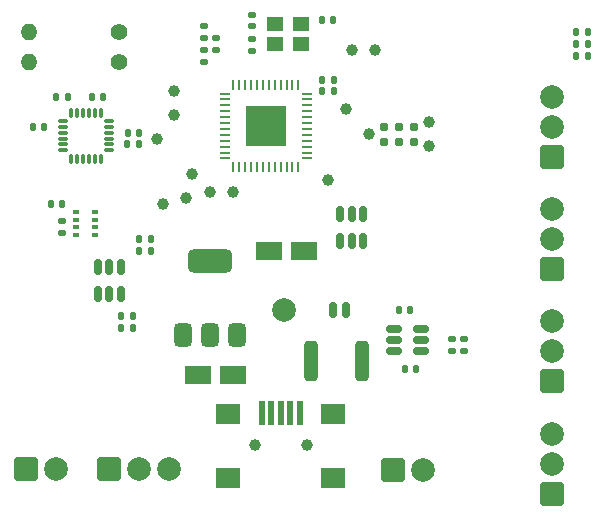
<source format=gbr>
%TF.GenerationSoftware,KiCad,Pcbnew,9.0.1*%
%TF.CreationDate,2025-10-26T21:15:08-04:00*%
%TF.ProjectId,Drone-Flight-Controller,44726f6e-652d-4466-9c69-6768742d436f,rev?*%
%TF.SameCoordinates,Original*%
%TF.FileFunction,Soldermask,Top*%
%TF.FilePolarity,Negative*%
%FSLAX46Y46*%
G04 Gerber Fmt 4.6, Leading zero omitted, Abs format (unit mm)*
G04 Created by KiCad (PCBNEW 9.0.1) date 2025-10-26 21:15:08*
%MOMM*%
%LPD*%
G01*
G04 APERTURE LIST*
G04 Aperture macros list*
%AMRoundRect*
0 Rectangle with rounded corners*
0 $1 Rounding radius*
0 $2 $3 $4 $5 $6 $7 $8 $9 X,Y pos of 4 corners*
0 Add a 4 corners polygon primitive as box body*
4,1,4,$2,$3,$4,$5,$6,$7,$8,$9,$2,$3,0*
0 Add four circle primitives for the rounded corners*
1,1,$1+$1,$2,$3*
1,1,$1+$1,$4,$5*
1,1,$1+$1,$6,$7*
1,1,$1+$1,$8,$9*
0 Add four rect primitives between the rounded corners*
20,1,$1+$1,$2,$3,$4,$5,0*
20,1,$1+$1,$4,$5,$6,$7,0*
20,1,$1+$1,$6,$7,$8,$9,0*
20,1,$1+$1,$8,$9,$2,$3,0*%
G04 Aperture macros list end*
%ADD10RoundRect,0.147500X0.147500X0.172500X-0.147500X0.172500X-0.147500X-0.172500X0.147500X-0.172500X0*%
%ADD11C,1.000000*%
%ADD12RoundRect,0.165000X-0.165000X-0.475000X0.165000X-0.475000X0.165000X0.475000X-0.165000X0.475000X0*%
%ADD13RoundRect,0.140000X-0.140000X-0.170000X0.140000X-0.170000X0.140000X0.170000X-0.140000X0.170000X0*%
%ADD14RoundRect,0.140000X0.170000X-0.140000X0.170000X0.140000X-0.170000X0.140000X-0.170000X-0.140000X0*%
%ADD15RoundRect,0.140000X0.140000X0.170000X-0.140000X0.170000X-0.140000X-0.170000X0.140000X-0.170000X0*%
%ADD16RoundRect,0.135000X0.135000X0.185000X-0.135000X0.185000X-0.135000X-0.185000X0.135000X-0.185000X0*%
%ADD17RoundRect,0.135000X-0.135000X-0.185000X0.135000X-0.185000X0.135000X0.185000X-0.135000X0.185000X0*%
%ADD18RoundRect,0.135000X0.185000X-0.135000X0.185000X0.135000X-0.185000X0.135000X-0.185000X-0.135000X0*%
%ADD19RoundRect,0.135000X-0.185000X0.135000X-0.185000X-0.135000X0.185000X-0.135000X0.185000X0.135000X0*%
%ADD20RoundRect,0.062500X-0.062500X0.337500X-0.062500X-0.337500X0.062500X-0.337500X0.062500X0.337500X0*%
%ADD21RoundRect,0.062500X-0.337500X0.062500X-0.337500X-0.062500X0.337500X-0.062500X0.337500X0.062500X0*%
%ADD22R,3.500000X3.500000*%
%ADD23RoundRect,0.250000X-0.750000X-0.750000X0.750000X-0.750000X0.750000X0.750000X-0.750000X0.750000X0*%
%ADD24C,2.000000*%
%ADD25RoundRect,0.250000X0.312500X1.450000X-0.312500X1.450000X-0.312500X-1.450000X0.312500X-1.450000X0*%
%ADD26RoundRect,0.250000X0.750000X-0.750000X0.750000X0.750000X-0.750000X0.750000X-0.750000X-0.750000X0*%
%ADD27RoundRect,0.150000X0.150000X-0.512500X0.150000X0.512500X-0.150000X0.512500X-0.150000X-0.512500X0*%
%ADD28RoundRect,0.150000X-0.512500X-0.150000X0.512500X-0.150000X0.512500X0.150000X-0.512500X0.150000X0*%
%ADD29C,1.400000*%
%ADD30O,1.400000X1.400000*%
%ADD31C,0.990600*%
%ADD32C,0.787400*%
%ADD33R,2.200000X1.600000*%
%ADD34R,1.400000X1.200000*%
%ADD35RoundRect,0.075000X0.075000X-0.350000X0.075000X0.350000X-0.075000X0.350000X-0.075000X-0.350000X0*%
%ADD36RoundRect,0.075000X0.350000X0.075000X-0.350000X0.075000X-0.350000X-0.075000X0.350000X-0.075000X0*%
%ADD37R,0.500000X2.000000*%
%ADD38R,2.000000X1.700000*%
%ADD39RoundRect,0.147500X0.172500X-0.147500X0.172500X0.147500X-0.172500X0.147500X-0.172500X-0.147500X0*%
%ADD40RoundRect,0.375000X0.375000X-0.625000X0.375000X0.625000X-0.375000X0.625000X-0.375000X-0.625000X0*%
%ADD41RoundRect,0.500000X1.400000X-0.500000X1.400000X0.500000X-1.400000X0.500000X-1.400000X-0.500000X0*%
%ADD42R,0.500000X0.350000*%
G04 APERTURE END LIST*
D10*
%TO.C,D2*%
X67485000Y-34000000D03*
X66515000Y-34000000D03*
%TD*%
%TO.C,D3*%
X67485000Y-33000000D03*
X66515000Y-33000000D03*
%TD*%
%TO.C,D1*%
X67485000Y-35000000D03*
X66515000Y-35000000D03*
%TD*%
D11*
%TO.C,TP13*%
X47500000Y-34500000D03*
%TD*%
%TO.C,TP12*%
X49500000Y-34500000D03*
%TD*%
%TO.C,TP11*%
X31000000Y-42000000D03*
%TD*%
%TO.C,TP10*%
X31500000Y-47500000D03*
%TD*%
%TO.C,TP9*%
X33500000Y-47000000D03*
%TD*%
%TO.C,TP8*%
X35500000Y-46500000D03*
%TD*%
%TO.C,TP7*%
X37500000Y-46500000D03*
%TD*%
%TO.C,TP6*%
X47000000Y-39500000D03*
%TD*%
%TO.C,TP5*%
X34000000Y-45000000D03*
%TD*%
%TO.C,TP4*%
X32500000Y-40000000D03*
%TD*%
%TO.C,TP3*%
X32500000Y-38000000D03*
%TD*%
%TO.C,TP2*%
X45500000Y-45500000D03*
%TD*%
D12*
%TO.C,C10*%
X45960000Y-56500000D03*
X47040000Y-56500000D03*
%TD*%
D13*
%TO.C,C23*%
X22020000Y-47500000D03*
X22980000Y-47500000D03*
%TD*%
D14*
%TO.C,C22*%
X23000000Y-49980000D03*
X23000000Y-49020000D03*
%TD*%
D15*
%TO.C,C7*%
X52480000Y-56500000D03*
X51520000Y-56500000D03*
%TD*%
D13*
%TO.C,C2*%
X52020000Y-61500000D03*
X52980000Y-61500000D03*
%TD*%
D16*
%TO.C,R7*%
X30500000Y-51500000D03*
X29480000Y-51500000D03*
%TD*%
%TO.C,R6*%
X30510000Y-50500000D03*
X29490000Y-50500000D03*
%TD*%
D17*
%TO.C,R5*%
X27990000Y-57000000D03*
X29010000Y-57000000D03*
%TD*%
D16*
%TO.C,R4*%
X29010000Y-58000000D03*
X27990000Y-58000000D03*
%TD*%
D18*
%TO.C,R3*%
X57000000Y-60020000D03*
X57000000Y-59000000D03*
%TD*%
D19*
%TO.C,R2*%
X56000000Y-58990000D03*
X56000000Y-60010000D03*
%TD*%
D15*
%TO.C,C21*%
X21500000Y-41000000D03*
X20540000Y-41000000D03*
%TD*%
D13*
%TO.C,C19*%
X25500000Y-38500000D03*
X26460000Y-38500000D03*
%TD*%
D15*
%TO.C,C18*%
X23480000Y-38500000D03*
X22520000Y-38500000D03*
%TD*%
%TO.C,C20*%
X29500000Y-41500000D03*
X28540000Y-41500000D03*
%TD*%
D13*
%TO.C,C17*%
X28520000Y-42500000D03*
X29480000Y-42500000D03*
%TD*%
D20*
%TO.C,U3*%
X43000000Y-37487500D03*
X42500000Y-37487500D03*
X42000000Y-37487500D03*
X41500000Y-37487500D03*
X41000000Y-37487500D03*
X40500000Y-37487500D03*
X40000000Y-37487500D03*
X39500000Y-37487500D03*
X39000000Y-37487500D03*
X38500000Y-37487500D03*
X38000000Y-37487500D03*
X37500000Y-37487500D03*
D21*
X36800000Y-38187500D03*
X36800000Y-38687500D03*
X36800000Y-39187500D03*
X36800000Y-39687500D03*
X36800000Y-40187500D03*
X36800000Y-40687500D03*
X36800000Y-41187500D03*
X36800000Y-41687500D03*
X36800000Y-42187500D03*
X36800000Y-42687500D03*
X36800000Y-43187500D03*
X36800000Y-43687500D03*
D20*
X37500000Y-44387500D03*
X38000000Y-44387500D03*
X38500000Y-44387500D03*
X39000000Y-44387500D03*
X39500000Y-44387500D03*
X40000000Y-44387500D03*
X40500000Y-44387500D03*
X41000000Y-44387500D03*
X41500000Y-44387500D03*
X42000000Y-44387500D03*
X42500000Y-44387500D03*
X43000000Y-44387500D03*
D21*
X43700000Y-43687500D03*
X43700000Y-43187500D03*
X43700000Y-42687500D03*
X43700000Y-42187500D03*
X43700000Y-41687500D03*
X43700000Y-41187500D03*
X43700000Y-40687500D03*
X43700000Y-40187500D03*
X43700000Y-39687500D03*
X43700000Y-39187500D03*
X43700000Y-38687500D03*
X43700000Y-38187500D03*
D22*
X40250000Y-40937500D03*
%TD*%
D23*
%TO.C,J7*%
X19960000Y-70000000D03*
D24*
X22500000Y-70000000D03*
%TD*%
D25*
%TO.C,L1*%
X48387500Y-60820000D03*
X44112500Y-60820000D03*
%TD*%
D26*
%TO.C,J3*%
X64500000Y-72080000D03*
D24*
X64500000Y-69540000D03*
X64500000Y-67000000D03*
%TD*%
D27*
%TO.C,U4*%
X46550000Y-50637500D03*
X47500000Y-50637500D03*
X48450000Y-50637500D03*
X48450000Y-48362500D03*
X47500000Y-48362500D03*
X46550000Y-48362500D03*
%TD*%
D28*
%TO.C,U1*%
X51112500Y-58120000D03*
X51112500Y-59070000D03*
X51112500Y-60020000D03*
X53387500Y-60020000D03*
X53387500Y-59070000D03*
X53387500Y-58120000D03*
%TD*%
D29*
%TO.C,R9*%
X27810000Y-33000000D03*
D30*
X20190000Y-33000000D03*
%TD*%
D26*
%TO.C,J4*%
X64500000Y-62500000D03*
D24*
X64500000Y-59960000D03*
X64500000Y-57420000D03*
%TD*%
D31*
%TO.C,J10*%
X48960000Y-41635000D03*
X54040000Y-40619000D03*
X54040000Y-42651000D03*
D32*
X50230000Y-42270000D03*
X50230000Y-41000000D03*
X51500000Y-42270000D03*
X51500000Y-41000000D03*
X52770000Y-42270000D03*
X52770000Y-41000000D03*
%TD*%
D33*
%TO.C,C6*%
X40500000Y-51500000D03*
X43500000Y-51500000D03*
%TD*%
D34*
%TO.C,Y1*%
X43200000Y-32300000D03*
X41000000Y-32300000D03*
X41000000Y-34000000D03*
X43200000Y-34000000D03*
%TD*%
D35*
%TO.C,U6*%
X23750000Y-43700000D03*
X24250000Y-43700000D03*
X24750000Y-43700000D03*
X25250000Y-43700000D03*
X25750000Y-43700000D03*
X26250000Y-43700000D03*
D36*
X26950000Y-43000000D03*
X26950000Y-42500000D03*
X26950000Y-42000000D03*
X26950000Y-41500000D03*
X26950000Y-41000000D03*
X26950000Y-40500000D03*
D35*
X26250000Y-39800000D03*
X25750000Y-39800000D03*
X25250000Y-39800000D03*
X24750000Y-39800000D03*
X24250000Y-39800000D03*
X23750000Y-39800000D03*
D36*
X23050000Y-40500000D03*
X23050000Y-41000000D03*
X23050000Y-41500000D03*
X23050000Y-42000000D03*
X23050000Y-42500000D03*
X23050000Y-43000000D03*
%TD*%
D27*
%TO.C,U5*%
X26050000Y-55137500D03*
X27000000Y-55137500D03*
X27950000Y-55137500D03*
X27950000Y-52862500D03*
X27000000Y-52862500D03*
X26050000Y-52862500D03*
%TD*%
D11*
%TO.C,J2*%
X39300000Y-67925000D03*
X43700000Y-67925000D03*
D37*
X39900000Y-65225000D03*
X40700000Y-65225000D03*
X41500000Y-65225000D03*
X42300000Y-65225000D03*
X43100000Y-65225000D03*
D38*
X37050000Y-65325000D03*
X37050000Y-70775000D03*
X45950000Y-65325000D03*
X45950000Y-70775000D03*
%TD*%
D13*
%TO.C,C11*%
X45020000Y-38000000D03*
X45980000Y-38000000D03*
%TD*%
D29*
%TO.C,R8*%
X27810000Y-35500000D03*
D30*
X20190000Y-35500000D03*
%TD*%
D18*
%TO.C,R1*%
X39100000Y-34550000D03*
X39100000Y-33530000D03*
%TD*%
D24*
%TO.C,TP1*%
X41750000Y-56500000D03*
%TD*%
D39*
%TO.C,L2*%
X35000000Y-35485000D03*
X35000000Y-34515000D03*
%TD*%
D14*
%TO.C,C15*%
X35000000Y-33465000D03*
X35000000Y-32505000D03*
%TD*%
D33*
%TO.C,C4*%
X37500000Y-62000000D03*
X34500000Y-62000000D03*
%TD*%
D26*
%TO.C,J5*%
X64500000Y-53045000D03*
D24*
X64500000Y-50505000D03*
X64500000Y-47965000D03*
%TD*%
D23*
%TO.C,J1*%
X50975000Y-70037500D03*
D24*
X53515000Y-70037500D03*
%TD*%
D26*
%TO.C,J6*%
X64500000Y-43540000D03*
D24*
X64500000Y-41000000D03*
X64500000Y-38460000D03*
%TD*%
D40*
%TO.C,U2*%
X33200000Y-58650000D03*
X35500000Y-58650000D03*
D41*
X35500000Y-52350000D03*
D40*
X37800000Y-58650000D03*
%TD*%
D14*
%TO.C,C3*%
X39100000Y-32500000D03*
X39100000Y-31540000D03*
%TD*%
%TO.C,C16*%
X36000000Y-34480000D03*
X36000000Y-33520000D03*
%TD*%
D42*
%TO.C,U7*%
X25800000Y-48230000D03*
X25800000Y-48880000D03*
X25800000Y-49530000D03*
X25800000Y-50180000D03*
X24200000Y-50180000D03*
X24200000Y-49530000D03*
X24200000Y-48880000D03*
X24200000Y-48230000D03*
%TD*%
D13*
%TO.C,C1*%
X45000000Y-32000000D03*
X45960000Y-32000000D03*
%TD*%
%TO.C,C9*%
X45020000Y-37000000D03*
X45980000Y-37000000D03*
%TD*%
D23*
%TO.C,J8*%
X26955000Y-70000000D03*
D24*
X29495000Y-70000000D03*
X32035000Y-70000000D03*
%TD*%
M02*

</source>
